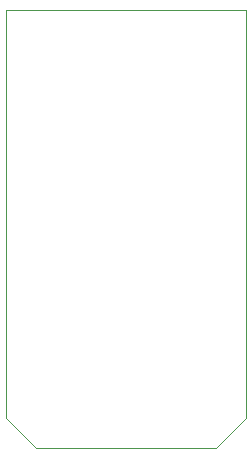
<source format=gm1>
G04*
G04 #@! TF.GenerationSoftware,Altium Limited,Altium Designer,20.1.11 (218)*
G04*
G04 Layer_Color=16711935*
%FSAX25Y25*%
%MOIN*%
G70*
G04*
G04 #@! TF.SameCoordinates,33997834-81F2-4769-9C1A-FA938185F8BD*
G04*
G04*
G04 #@! TF.FilePolarity,Positive*
G04*
G01*
G75*
%ADD28C,0.00100*%
D28*
X0005004Y0009996D02*
Y0145827D01*
Y0009996D02*
X0015000Y0000000D01*
X0075000D01*
X0085004Y0010004D01*
Y0145827D01*
X0005004D02*
X0085004D01*
M02*

</source>
